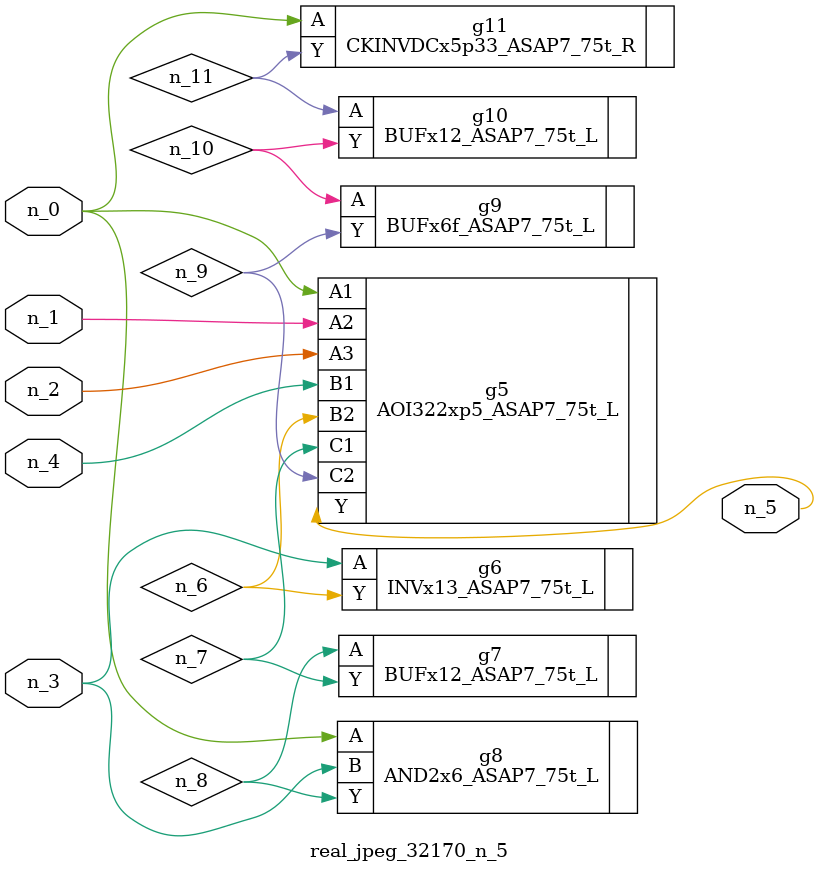
<source format=v>
module real_jpeg_32170_n_5 (n_4, n_0, n_1, n_2, n_3, n_5);

input n_4;
input n_0;
input n_1;
input n_2;
input n_3;

output n_5;

wire n_8;
wire n_11;
wire n_6;
wire n_7;
wire n_10;
wire n_9;

AOI322xp5_ASAP7_75t_L g5 ( 
.A1(n_0),
.A2(n_1),
.A3(n_2),
.B1(n_4),
.B2(n_6),
.C1(n_7),
.C2(n_9),
.Y(n_5)
);

AND2x6_ASAP7_75t_L g8 ( 
.A(n_0),
.B(n_3),
.Y(n_8)
);

CKINVDCx5p33_ASAP7_75t_R g11 ( 
.A(n_0),
.Y(n_11)
);

INVx13_ASAP7_75t_L g6 ( 
.A(n_3),
.Y(n_6)
);

BUFx12_ASAP7_75t_L g7 ( 
.A(n_8),
.Y(n_7)
);

BUFx6f_ASAP7_75t_L g9 ( 
.A(n_10),
.Y(n_9)
);

BUFx12_ASAP7_75t_L g10 ( 
.A(n_11),
.Y(n_10)
);


endmodule
</source>
